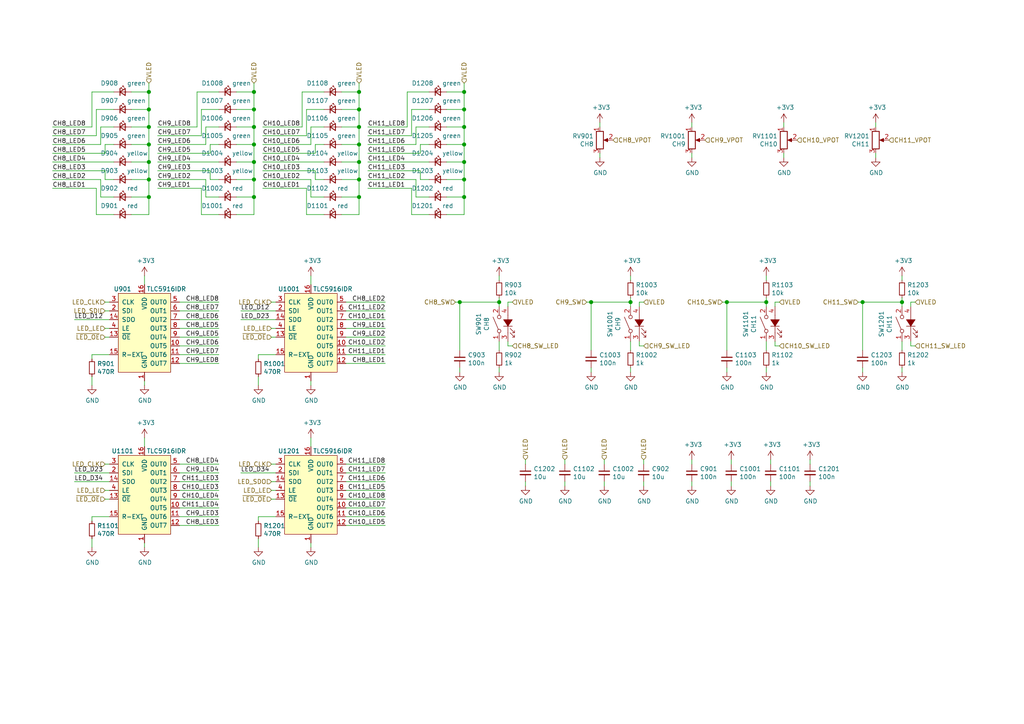
<source format=kicad_sch>
(kicad_sch (version 20211123) (generator eeschema)
  (paper "A4")
  (lib_symbols
    (symbol "Device:C_Small" (pin_numbers hide) (pin_names (offset 0.254) hide)
      (property "Reference" "C" (at 0.254 1.778 0))
      (property "Value" "C_Small" (at 0.254 -2.032 0))
      (symbol "C_Small_1_1"
        (pin passive line (at 0 2.54 270) (length 2.032) (name "~") (number "1"))
        (pin passive line (at 0 -2.54 90) (length 2.032) (name "~") (number "2"))
      )
    )
    (symbol "Device:LED_Small" (pin_numbers hide) (pin_names (offset 0.254) hide)
      (property "Reference" "D" (at -1.27 3.175 0))
      (property "Value" "LED_Small" (at -4.445 -2.54 0))
      (symbol "LED_Small_1_1"
        (pin passive line (at -2.54 0 0) (length 1.778) (name "K") (number "1"))
        (pin passive line (at 2.54 0 180) (length 1.778) (name "A") (number "2"))
      )
    )
    (symbol "Device:R_Potentiometer" (pin_names (offset 1.016) hide)
      (property "Reference" "RV" (at -4.445 0 90))
      (property "Value" "R_Potentiometer" (at -2.54 0 90))
      (symbol "R_Potentiometer_1_1"
        (pin passive line (at 0 3.81 270) (length 1.27) (name "1") (number "1"))
        (pin passive line (at 3.81 0 180) (length 1.27) (name "2") (number "2"))
        (pin passive line (at 0 -3.81 90) (length 1.27) (name "3") (number "3"))
      )
    )
    (symbol "Device:R_Small" (pin_numbers hide) (pin_names (offset 0.254) hide)
      (property "Reference" "R" (at 0.762 0.508 0))
      (property "Value" "R_Small" (at 0.762 -1.016 0))
      (symbol "R_Small_1_1"
        (pin passive line (at 0 2.54 270) (length 0.762) (name "~") (number "1"))
        (pin passive line (at 0 -2.54 90) (length 0.762) (name "~") (number "2"))
      )
    )
    (symbol "Switch:SW_SPST_LED" (pin_names (offset 1.016) hide)
      (property "Reference" "SW" (at 0.635 5.715 0))
      (property "Value" "SW_SPST_LED" (at 0 -3.175 0))
      (symbol "SW_SPST_LED_0_1"
        (pin passive line (at -5.08 2.54 0) (length 2.54) (name "1") (number "1"))
        (pin passive line (at 5.08 2.54 180) (length 2.54) (name "2") (number "2"))
        (pin passive line (at -5.08 0 0) (length 2.54) (name "K") (number "3"))
        (pin passive line (at 5.08 0 180) (length 2.54) (name "A") (number "4"))
      )
    )
    (symbol "power:+3.3V" (power) (pin_names (offset 0))
      (property "Value" "+3.3V" (at 0 3.556 0))
      (symbol "+3.3V_1_1"
        (pin power_in line (at 0 0 90) (length 0) hide (name "+3V3") (number "1"))
      )
    )
    (symbol "power:GND" (power) (pin_names (offset 0))
      (property "Value" "GND" (at 0 -3.81 0))
      (symbol "GND_1_1"
        (pin power_in line (at 0 0 270) (length 0) hide (name "GND") (number "1"))
      )
    )
    (symbol "twam-LED:TLC591x" (pin_names (offset 1.016))
      (property "Reference" "U" (at -12.7 127 0))
      (property "Value" "TLC591x" (at -12.7 128.27 0))
      (symbol "TLC591x_1_1"
        (pin power_in line (at 0 -13.97 90) (length 2.54) (name "GND") (number "1"))
        (pin power_out line (at 10.16 -3.81 180) (length 2.54) (name "OUT5") (number "10"))
        (pin power_out line (at 10.16 -6.35 180) (length 2.54) (name "OUT6") (number "11"))
        (pin power_out line (at 10.16 -8.89 180) (length 2.54) (name "OUT7") (number "12"))
        (pin input line (at -10.16 -1.27 0) (length 2.54) (name "~{OE}") (number "13"))
        (pin output line (at -10.16 3.81 0) (length 2.54) (name "SDO") (number "14"))
        (pin input line (at -10.16 -6.35 0) (length 2.54) (name "R-EXT") (number "15"))
        (pin power_in line (at 0 13.97 270) (length 2.54) (name "VDD") (number "16"))
        (pin input line (at -10.16 6.35 0) (length 2.54) (name "SDI") (number "2"))
        (pin input line (at -10.16 8.89 0) (length 2.54) (name "CLK") (number "3"))
        (pin input line (at -10.16 1.27 0) (length 2.54) (name "LE") (number "4"))
        (pin power_out line (at 10.16 8.89 180) (length 2.54) (name "OUT0") (number "5"))
        (pin power_out line (at 10.16 6.35 180) (length 2.54) (name "OUT1") (number "6"))
        (pin power_out line (at 10.16 3.81 180) (length 2.54) (name "OUT2") (number "7"))
        (pin power_out line (at 10.16 1.27 180) (length 2.54) (name "OUT3") (number "8"))
        (pin power_out line (at 10.16 -1.27 180) (length 2.54) (name "OUT4") (number "9"))
      )
    )
  )
  (junction (at 43.18 57.15) (diameter 1.016))
  (junction (at 134.62 26.67) (diameter 1.016))
  (junction (at 73.66 41.91) (diameter 1.016))
  (junction (at 43.18 31.75) (diameter 1.016))
  (junction (at 222.25 87.63) (diameter 1.016))
  (junction (at 134.62 46.99) (diameter 1.016))
  (junction (at 73.66 31.75) (diameter 1.016))
  (junction (at 134.62 31.75) (diameter 1.016))
  (junction (at 134.62 41.91) (diameter 1.016))
  (junction (at 144.78 87.63) (diameter 1.016))
  (junction (at 43.18 41.91) (diameter 1.016))
  (junction (at 73.66 57.15) (diameter 1.016))
  (junction (at 73.66 36.83) (diameter 1.016))
  (junction (at 73.66 46.99) (diameter 1.016))
  (junction (at 250.19 87.63) (diameter 1.016))
  (junction (at 104.14 52.07) (diameter 1.016))
  (junction (at 104.14 46.99) (diameter 1.016))
  (junction (at 43.18 52.07) (diameter 1.016))
  (junction (at 133.35 87.63) (diameter 1.016))
  (junction (at 73.66 52.07) (diameter 1.016))
  (junction (at 261.62 87.63) (diameter 1.016))
  (junction (at 43.18 46.99) (diameter 1.016))
  (junction (at 210.82 87.63) (diameter 1.016))
  (junction (at 43.18 36.83) (diameter 1.016))
  (junction (at 182.88 87.63) (diameter 1.016))
  (junction (at 134.62 52.07) (diameter 1.016))
  (junction (at 104.14 31.75) (diameter 1.016))
  (junction (at 73.66 26.67) (diameter 1.016))
  (junction (at 171.45 87.63) (diameter 1.016))
  (junction (at 43.18 26.67) (diameter 1.016))
  (junction (at 104.14 26.67) (diameter 1.016))
  (junction (at 134.62 36.83) (diameter 1.016))
  (junction (at 104.14 57.15) (diameter 1.016))
  (junction (at 134.62 57.15) (diameter 1.016))
  (junction (at 104.14 36.83) (diameter 1.016))
  (junction (at 104.14 41.91) (diameter 1.016))
  (wire (pts (xy 33.02 52.07) (xy 30.48 52.07)))
  (wire (pts (xy 99.06 41.91) (xy 104.14 41.91)))
  (wire (pts (xy 26.67 109.22) (xy 26.67 111.76)))
  (wire (pts (xy 76.2 39.37) (xy 88.9 39.37)))
  (wire (pts (xy 264.16 88.9) (xy 264.16 87.63)))
  (wire (pts (xy 134.62 52.07) (xy 134.62 46.99)))
  (wire (pts (xy 78.74 97.79) (xy 80.01 97.79)))
  (wire (pts (xy 106.68 54.61) (xy 119.38 54.61)))
  (wire (pts (xy 264.16 87.63) (xy 265.43 87.63)))
  (wire (pts (xy 134.62 26.67) (xy 129.54 26.67)))
  (wire (pts (xy 91.44 52.07) (xy 91.44 49.53)))
  (wire (pts (xy 78.74 95.25) (xy 80.01 95.25)))
  (wire (pts (xy 261.62 107.95) (xy 261.62 106.68)))
  (wire (pts (xy 43.18 26.67) (xy 38.1 26.67)))
  (wire (pts (xy 63.5 149.86) (xy 52.07 149.86)))
  (wire (pts (xy 163.83 140.97) (xy 163.83 139.7)))
  (wire (pts (xy 119.38 62.23) (xy 119.38 54.61)))
  (wire (pts (xy 111.76 105.41) (xy 100.33 105.41)))
  (wire (pts (xy 93.98 31.75) (xy 88.9 31.75)))
  (wire (pts (xy 254 44.45) (xy 254 45.72)))
  (wire (pts (xy 21.59 137.16) (xy 31.75 137.16)))
  (wire (pts (xy 33.02 36.83) (xy 29.21 36.83)))
  (wire (pts (xy 68.58 46.99) (xy 73.66 46.99)))
  (wire (pts (xy 227.33 44.45) (xy 227.33 45.72)))
  (wire (pts (xy 224.79 99.06) (xy 224.79 100.33)))
  (wire (pts (xy 106.68 49.53) (xy 121.92 49.53)))
  (wire (pts (xy 134.62 31.75) (xy 134.62 26.67)))
  (wire (pts (xy 129.54 41.91) (xy 134.62 41.91)))
  (wire (pts (xy 210.82 87.63) (xy 209.55 87.63)))
  (wire (pts (xy 134.62 57.15) (xy 134.62 52.07)))
  (wire (pts (xy 121.92 52.07) (xy 121.92 49.53)))
  (wire (pts (xy 200.66 133.35) (xy 200.66 134.62)))
  (wire (pts (xy 74.93 151.13) (xy 74.93 149.86)))
  (wire (pts (xy 133.35 87.63) (xy 132.08 87.63)))
  (wire (pts (xy 15.24 36.83) (xy 26.67 36.83)))
  (wire (pts (xy 63.5 87.63) (xy 52.07 87.63)))
  (wire (pts (xy 90.17 111.76) (xy 90.17 110.49)))
  (wire (pts (xy 227.33 35.56) (xy 227.33 36.83)))
  (wire (pts (xy 144.78 87.63) (xy 144.78 88.9)))
  (wire (pts (xy 144.78 80.01) (xy 144.78 81.28)))
  (wire (pts (xy 33.02 41.91) (xy 30.48 41.91)))
  (wire (pts (xy 26.67 26.67) (xy 26.67 36.83)))
  (wire (pts (xy 41.91 82.55) (xy 41.91 80.01)))
  (wire (pts (xy 15.24 52.07) (xy 29.21 52.07)))
  (wire (pts (xy 111.76 144.78) (xy 100.33 144.78)))
  (wire (pts (xy 104.14 41.91) (xy 104.14 36.83)))
  (wire (pts (xy 144.78 86.36) (xy 144.78 87.63)))
  (wire (pts (xy 91.44 41.91) (xy 91.44 44.45)))
  (wire (pts (xy 99.06 57.15) (xy 104.14 57.15)))
  (wire (pts (xy 63.5 57.15) (xy 59.69 57.15)))
  (wire (pts (xy 45.72 52.07) (xy 59.69 52.07)))
  (wire (pts (xy 182.88 107.95) (xy 182.88 106.68)))
  (wire (pts (xy 212.09 140.97) (xy 212.09 139.7)))
  (wire (pts (xy 234.95 133.35) (xy 234.95 134.62)))
  (wire (pts (xy 33.02 26.67) (xy 26.67 26.67)))
  (wire (pts (xy 124.46 52.07) (xy 121.92 52.07)))
  (wire (pts (xy 43.18 62.23) (xy 43.18 57.15)))
  (wire (pts (xy 30.48 142.24) (xy 31.75 142.24)))
  (wire (pts (xy 15.24 39.37) (xy 27.94 39.37)))
  (wire (pts (xy 171.45 87.63) (xy 170.18 87.63)))
  (wire (pts (xy 111.76 147.32) (xy 100.33 147.32)))
  (wire (pts (xy 45.72 41.91) (xy 59.69 41.91)))
  (wire (pts (xy 99.06 52.07) (xy 104.14 52.07)))
  (wire (pts (xy 63.5 134.62) (xy 52.07 134.62)))
  (wire (pts (xy 78.74 144.78) (xy 80.01 144.78)))
  (wire (pts (xy 250.19 87.63) (xy 248.92 87.63)))
  (wire (pts (xy 43.18 31.75) (xy 43.18 26.67)))
  (wire (pts (xy 63.5 31.75) (xy 58.42 31.75)))
  (wire (pts (xy 119.38 31.75) (xy 119.38 39.37)))
  (wire (pts (xy 30.48 95.25) (xy 31.75 95.25)))
  (wire (pts (xy 45.72 36.83) (xy 57.15 36.83)))
  (wire (pts (xy 78.74 139.7) (xy 80.01 139.7)))
  (wire (pts (xy 63.5 137.16) (xy 52.07 137.16)))
  (wire (pts (xy 134.62 36.83) (xy 134.62 31.75)))
  (wire (pts (xy 43.18 52.07) (xy 43.18 46.99)))
  (wire (pts (xy 93.98 36.83) (xy 90.17 36.83)))
  (wire (pts (xy 264.16 99.06) (xy 264.16 100.33)))
  (wire (pts (xy 43.18 57.15) (xy 43.18 52.07)))
  (wire (pts (xy 38.1 36.83) (xy 43.18 36.83)))
  (wire (pts (xy 93.98 26.67) (xy 87.63 26.67)))
  (wire (pts (xy 133.35 106.68) (xy 133.35 107.95)))
  (wire (pts (xy 63.5 52.07) (xy 60.96 52.07)))
  (wire (pts (xy 182.88 87.63) (xy 171.45 87.63)))
  (wire (pts (xy 33.02 62.23) (xy 27.94 62.23)))
  (wire (pts (xy 104.14 52.07) (xy 104.14 46.99)))
  (wire (pts (xy 185.42 99.06) (xy 185.42 100.33)))
  (wire (pts (xy 99.06 31.75) (xy 104.14 31.75)))
  (wire (pts (xy 73.66 57.15) (xy 73.66 52.07)))
  (wire (pts (xy 106.68 44.45) (xy 121.92 44.45)))
  (wire (pts (xy 111.76 92.71) (xy 100.33 92.71)))
  (wire (pts (xy 111.76 152.4) (xy 100.33 152.4)))
  (wire (pts (xy 45.72 39.37) (xy 58.42 39.37)))
  (wire (pts (xy 27.94 62.23) (xy 27.94 54.61)))
  (wire (pts (xy 90.17 57.15) (xy 90.17 52.07)))
  (wire (pts (xy 104.14 26.67) (xy 99.06 26.67)))
  (wire (pts (xy 121.92 41.91) (xy 121.92 44.45)))
  (wire (pts (xy 43.18 24.13) (xy 43.18 26.67)))
  (wire (pts (xy 78.74 134.62) (xy 80.01 134.62)))
  (wire (pts (xy 111.76 142.24) (xy 100.33 142.24)))
  (wire (pts (xy 106.68 39.37) (xy 119.38 39.37)))
  (wire (pts (xy 261.62 86.36) (xy 261.62 87.63)))
  (wire (pts (xy 182.88 87.63) (xy 182.88 88.9)))
  (wire (pts (xy 171.45 101.6) (xy 171.45 87.63)))
  (wire (pts (xy 68.58 62.23) (xy 73.66 62.23)))
  (wire (pts (xy 45.72 44.45) (xy 60.96 44.45)))
  (wire (pts (xy 63.5 92.71) (xy 52.07 92.71)))
  (wire (pts (xy 223.52 133.35) (xy 223.52 134.62)))
  (wire (pts (xy 29.21 36.83) (xy 29.21 41.91)))
  (wire (pts (xy 222.25 87.63) (xy 210.82 87.63)))
  (wire (pts (xy 223.52 140.97) (xy 223.52 139.7)))
  (wire (pts (xy 63.5 90.17) (xy 52.07 90.17)))
  (wire (pts (xy 212.09 133.35) (xy 212.09 134.62)))
  (wire (pts (xy 129.54 62.23) (xy 134.62 62.23)))
  (wire (pts (xy 76.2 36.83) (xy 87.63 36.83)))
  (wire (pts (xy 147.32 100.33) (xy 148.59 100.33)))
  (wire (pts (xy 106.68 41.91) (xy 120.65 41.91)))
  (wire (pts (xy 26.67 156.21) (xy 26.67 158.75)))
  (wire (pts (xy 73.66 26.67) (xy 68.58 26.67)))
  (wire (pts (xy 69.85 137.16) (xy 80.01 137.16)))
  (wire (pts (xy 200.66 35.56) (xy 200.66 36.83)))
  (wire (pts (xy 124.46 26.67) (xy 118.11 26.67)))
  (wire (pts (xy 106.68 52.07) (xy 120.65 52.07)))
  (wire (pts (xy 45.72 49.53) (xy 60.96 49.53)))
  (wire (pts (xy 99.06 46.99) (xy 104.14 46.99)))
  (wire (pts (xy 222.25 80.01) (xy 222.25 81.28)))
  (wire (pts (xy 118.11 26.67) (xy 118.11 36.83)))
  (wire (pts (xy 90.17 82.55) (xy 90.17 80.01)))
  (wire (pts (xy 133.35 101.6) (xy 133.35 87.63)))
  (wire (pts (xy 41.91 111.76) (xy 41.91 110.49)))
  (wire (pts (xy 73.66 41.91) (xy 73.66 36.83)))
  (wire (pts (xy 234.95 140.97) (xy 234.95 139.7)))
  (wire (pts (xy 147.32 87.63) (xy 148.59 87.63)))
  (wire (pts (xy 111.76 95.25) (xy 100.33 95.25)))
  (wire (pts (xy 38.1 31.75) (xy 43.18 31.75)))
  (wire (pts (xy 74.93 104.14) (xy 74.93 102.87)))
  (wire (pts (xy 60.96 52.07) (xy 60.96 49.53)))
  (wire (pts (xy 74.93 149.86) (xy 80.01 149.86)))
  (wire (pts (xy 129.54 52.07) (xy 134.62 52.07)))
  (wire (pts (xy 200.66 44.45) (xy 200.66 45.72)))
  (wire (pts (xy 261.62 80.01) (xy 261.62 81.28)))
  (wire (pts (xy 111.76 149.86) (xy 100.33 149.86)))
  (wire (pts (xy 134.62 41.91) (xy 134.62 36.83)))
  (wire (pts (xy 144.78 101.6) (xy 144.78 99.06)))
  (wire (pts (xy 63.5 97.79) (xy 52.07 97.79)))
  (wire (pts (xy 73.66 36.83) (xy 73.66 31.75)))
  (wire (pts (xy 30.48 90.17) (xy 31.75 90.17)))
  (wire (pts (xy 78.74 87.63) (xy 80.01 87.63)))
  (wire (pts (xy 68.58 52.07) (xy 73.66 52.07)))
  (wire (pts (xy 15.24 41.91) (xy 29.21 41.91)))
  (wire (pts (xy 261.62 101.6) (xy 261.62 99.06)))
  (wire (pts (xy 185.42 88.9) (xy 185.42 87.63)))
  (wire (pts (xy 63.5 102.87) (xy 52.07 102.87)))
  (wire (pts (xy 147.32 88.9) (xy 147.32 87.63)))
  (wire (pts (xy 63.5 62.23) (xy 58.42 62.23)))
  (wire (pts (xy 111.76 100.33) (xy 100.33 100.33)))
  (wire (pts (xy 88.9 62.23) (xy 88.9 54.61)))
  (wire (pts (xy 144.78 87.63) (xy 133.35 87.63)))
  (wire (pts (xy 147.32 99.06) (xy 147.32 100.33)))
  (wire (pts (xy 104.14 46.99) (xy 104.14 41.91)))
  (wire (pts (xy 111.76 97.79) (xy 100.33 97.79)))
  (wire (pts (xy 76.2 54.61) (xy 88.9 54.61)))
  (wire (pts (xy 59.69 57.15) (xy 59.69 52.07)))
  (wire (pts (xy 21.59 139.7) (xy 31.75 139.7)))
  (wire (pts (xy 30.48 41.91) (xy 30.48 44.45)))
  (wire (pts (xy 26.67 149.86) (xy 31.75 149.86)))
  (wire (pts (xy 73.66 46.99) (xy 73.66 41.91)))
  (wire (pts (xy 106.68 36.83) (xy 118.11 36.83)))
  (wire (pts (xy 250.19 106.68) (xy 250.19 107.95)))
  (wire (pts (xy 152.4 140.97) (xy 152.4 139.7)))
  (wire (pts (xy 38.1 46.99) (xy 43.18 46.99)))
  (wire (pts (xy 74.93 102.87) (xy 80.01 102.87)))
  (wire (pts (xy 63.5 95.25) (xy 52.07 95.25)))
  (wire (pts (xy 68.58 31.75) (xy 73.66 31.75)))
  (wire (pts (xy 129.54 57.15) (xy 134.62 57.15)))
  (wire (pts (xy 15.24 46.99) (xy 33.02 46.99)))
  (wire (pts (xy 38.1 57.15) (xy 43.18 57.15)))
  (wire (pts (xy 99.06 62.23) (xy 104.14 62.23)))
  (wire (pts (xy 99.06 36.83) (xy 104.14 36.83)))
  (wire (pts (xy 222.25 86.36) (xy 222.25 87.63)))
  (wire (pts (xy 38.1 62.23) (xy 43.18 62.23)))
  (wire (pts (xy 224.79 87.63) (xy 226.06 87.63)))
  (wire (pts (xy 210.82 106.68) (xy 210.82 107.95)))
  (wire (pts (xy 29.21 57.15) (xy 29.21 52.07)))
  (wire (pts (xy 222.25 101.6) (xy 222.25 99.06)))
  (wire (pts (xy 222.25 87.63) (xy 222.25 88.9)))
  (wire (pts (xy 104.14 31.75) (xy 104.14 26.67)))
  (wire (pts (xy 26.67 102.87) (xy 31.75 102.87)))
  (wire (pts (xy 175.26 140.97) (xy 175.26 139.7)))
  (wire (pts (xy 124.46 62.23) (xy 119.38 62.23)))
  (wire (pts (xy 76.2 46.99) (xy 93.98 46.99)))
  (wire (pts (xy 129.54 36.83) (xy 134.62 36.83)))
  (wire (pts (xy 134.62 46.99) (xy 134.62 41.91)))
  (wire (pts (xy 30.48 97.79) (xy 31.75 97.79)))
  (wire (pts (xy 124.46 36.83) (xy 120.65 36.83)))
  (wire (pts (xy 43.18 36.83) (xy 43.18 31.75)))
  (wire (pts (xy 93.98 62.23) (xy 88.9 62.23)))
  (wire (pts (xy 171.45 106.68) (xy 171.45 107.95)))
  (wire (pts (xy 68.58 36.83) (xy 73.66 36.83)))
  (wire (pts (xy 30.48 52.07) (xy 30.48 49.53)))
  (wire (pts (xy 63.5 100.33) (xy 52.07 100.33)))
  (wire (pts (xy 38.1 41.91) (xy 43.18 41.91)))
  (wire (pts (xy 104.14 36.83) (xy 104.14 31.75)))
  (wire (pts (xy 200.66 140.97) (xy 200.66 139.7)))
  (wire (pts (xy 222.25 107.95) (xy 222.25 106.68)))
  (wire (pts (xy 57.15 26.67) (xy 57.15 36.83)))
  (wire (pts (xy 261.62 87.63) (xy 261.62 88.9)))
  (wire (pts (xy 15.24 44.45) (xy 30.48 44.45)))
  (wire (pts (xy 76.2 41.91) (xy 90.17 41.91)))
  (wire (pts (xy 111.76 139.7) (xy 100.33 139.7)))
  (wire (pts (xy 26.67 151.13) (xy 26.67 149.86)))
  (wire (pts (xy 59.69 36.83) (xy 59.69 41.91)))
  (wire (pts (xy 163.83 133.35) (xy 163.83 134.62)))
  (wire (pts (xy 63.5 152.4) (xy 52.07 152.4)))
  (wire (pts (xy 129.54 46.99) (xy 134.62 46.99)))
  (wire (pts (xy 111.76 102.87) (xy 100.33 102.87)))
  (wire (pts (xy 69.85 90.17) (xy 80.01 90.17)))
  (wire (pts (xy 210.82 101.6) (xy 210.82 87.63)))
  (wire (pts (xy 78.74 142.24) (xy 80.01 142.24)))
  (wire (pts (xy 185.42 100.33) (xy 186.69 100.33)))
  (wire (pts (xy 250.19 101.6) (xy 250.19 87.63)))
  (wire (pts (xy 173.99 44.45) (xy 173.99 45.72)))
  (wire (pts (xy 63.5 142.24) (xy 52.07 142.24)))
  (wire (pts (xy 224.79 100.33) (xy 226.06 100.33)))
  (wire (pts (xy 87.63 26.67) (xy 87.63 36.83)))
  (wire (pts (xy 60.96 41.91) (xy 60.96 44.45)))
  (wire (pts (xy 30.48 87.63) (xy 31.75 87.63)))
  (wire (pts (xy 90.17 36.83) (xy 90.17 41.91)))
  (wire (pts (xy 74.93 156.21) (xy 74.93 158.75)))
  (wire (pts (xy 120.65 36.83) (xy 120.65 41.91)))
  (wire (pts (xy 41.91 129.54) (xy 41.91 127)))
  (wire (pts (xy 104.14 57.15) (xy 104.14 52.07)))
  (wire (pts (xy 185.42 87.63) (xy 186.69 87.63)))
  (wire (pts (xy 186.69 140.97) (xy 186.69 139.7)))
  (wire (pts (xy 58.42 31.75) (xy 58.42 39.37)))
  (wire (pts (xy 111.76 137.16) (xy 100.33 137.16)))
  (wire (pts (xy 173.99 35.56) (xy 173.99 36.83)))
  (wire (pts (xy 186.69 133.35) (xy 186.69 134.62)))
  (wire (pts (xy 43.18 41.91) (xy 43.18 36.83)))
  (wire (pts (xy 58.42 62.23) (xy 58.42 54.61)))
  (wire (pts (xy 124.46 57.15) (xy 120.65 57.15)))
  (wire (pts (xy 104.14 24.13) (xy 104.14 26.67)))
  (wire (pts (xy 38.1 52.07) (xy 43.18 52.07)))
  (wire (pts (xy 76.2 52.07) (xy 90.17 52.07)))
  (wire (pts (xy 63.5 26.67) (xy 57.15 26.67)))
  (wire (pts (xy 261.62 87.63) (xy 250.19 87.63)))
  (wire (pts (xy 27.94 31.75) (xy 27.94 39.37)))
  (wire (pts (xy 30.48 134.62) (xy 31.75 134.62)))
  (wire (pts (xy 33.02 57.15) (xy 29.21 57.15)))
  (wire (pts (xy 90.17 129.54) (xy 90.17 127)))
  (wire (pts (xy 111.76 87.63) (xy 100.33 87.63)))
  (wire (pts (xy 106.68 46.99) (xy 124.46 46.99)))
  (wire (pts (xy 63.5 147.32) (xy 52.07 147.32)))
  (wire (pts (xy 45.72 54.61) (xy 58.42 54.61)))
  (wire (pts (xy 88.9 31.75) (xy 88.9 39.37)))
  (wire (pts (xy 45.72 46.99) (xy 63.5 46.99)))
  (wire (pts (xy 134.62 62.23) (xy 134.62 57.15)))
  (wire (pts (xy 254 35.56) (xy 254 36.83)))
  (wire (pts (xy 152.4 133.35) (xy 152.4 134.62)))
  (wire (pts (xy 21.59 92.71) (xy 31.75 92.71)))
  (wire (pts (xy 264.16 100.33) (xy 265.43 100.33)))
  (wire (pts (xy 15.24 49.53) (xy 30.48 49.53)))
  (wire (pts (xy 73.66 31.75) (xy 73.66 26.67)))
  (wire (pts (xy 134.62 24.13) (xy 134.62 26.67)))
  (wire (pts (xy 111.76 134.62) (xy 100.33 134.62)))
  (wire (pts (xy 74.93 109.22) (xy 74.93 111.76)))
  (wire (pts (xy 63.5 41.91) (xy 60.96 41.91)))
  (wire (pts (xy 73.66 62.23) (xy 73.66 57.15)))
  (wire (pts (xy 182.88 101.6) (xy 182.88 99.06)))
  (wire (pts (xy 41.91 158.75) (xy 41.91 157.48)))
  (wire (pts (xy 73.66 24.13) (xy 73.66 26.67)))
  (wire (pts (xy 30.48 144.78) (xy 31.75 144.78)))
  (wire (pts (xy 26.67 104.14) (xy 26.67 102.87)))
  (wire (pts (xy 144.78 107.95) (xy 144.78 106.68)))
  (wire (pts (xy 104.14 62.23) (xy 104.14 57.15)))
  (wire (pts (xy 63.5 139.7) (xy 52.07 139.7)))
  (wire (pts (xy 224.79 88.9) (xy 224.79 87.63)))
  (wire (pts (xy 111.76 90.17) (xy 100.33 90.17)))
  (wire (pts (xy 69.85 92.71) (xy 80.01 92.71)))
  (wire (pts (xy 175.26 133.35) (xy 175.26 134.62)))
  (wire (pts (xy 63.5 105.41) (xy 52.07 105.41)))
  (wire (pts (xy 93.98 41.91) (xy 91.44 41.91)))
  (wire (pts (xy 93.98 52.07) (xy 91.44 52.07)))
  (wire (pts (xy 15.24 54.61) (xy 27.94 54.61)))
  (wire (pts (xy 93.98 57.15) (xy 90.17 57.15)))
  (wire (pts (xy 68.58 41.91) (xy 73.66 41.91)))
  (wire (pts (xy 182.88 80.01) (xy 182.88 81.28)))
  (wire (pts (xy 63.5 36.83) (xy 59.69 36.83)))
  (wire (pts (xy 63.5 144.78) (xy 52.07 144.78)))
  (wire (pts (xy 124.46 41.91) (xy 121.92 41.91)))
  (wire (pts (xy 129.54 31.75) (xy 134.62 31.75)))
  (wire (pts (xy 76.2 44.45) (xy 91.44 44.45)))
  (wire (pts (xy 76.2 49.53) (xy 91.44 49.53)))
  (wire (pts (xy 33.02 31.75) (xy 27.94 31.75)))
  (wire (pts (xy 90.17 158.75) (xy 90.17 157.48)))
  (wire (pts (xy 124.46 31.75) (xy 119.38 31.75)))
  (wire (pts (xy 120.65 57.15) (xy 120.65 52.07)))
  (wire (pts (xy 73.66 52.07) (xy 73.66 46.99)))
  (wire (pts (xy 182.88 86.36) (xy 182.88 87.63)))
  (wire (pts (xy 68.58 57.15) (xy 73.66 57.15)))
  (wire (pts (xy 43.18 46.99) (xy 43.18 41.91)))
  (label "LED_D12" (at 21.59 92.71 0))
  (label "CH9_LED4" (at 45.72 46.99 0))
  (label "CH9_LED7" (at 45.72 39.37 0))
  (label "CH8_LED2" (at 15.24 52.07 0))
  (label "CH8_LED7" (at 15.24 39.37 0))
  (label "CH11_LED1" (at 111.76 102.87 180))
  (label "CH8_LED1" (at 111.76 105.41 180))
  (label "CH10_LED5" (at 76.2 44.45 0))
  (label "CH10_LED8" (at 111.76 144.78 180))
  (label "CH10_LED4" (at 63.5 144.78 180))
  (label "CH8_LED7" (at 63.5 90.17 180))
  (label "CH11_LED4" (at 63.5 147.32 180))
  (label "CH9_LED4" (at 63.5 137.16 180))
  (label "CH8_LED5" (at 63.5 95.25 180))
  (label "CH9_LED6" (at 63.5 100.33 180))
  (label "CH8_LED5" (at 15.24 44.45 0))
  (label "CH9_LED1" (at 111.76 95.25 180))
  (label "LED_D12" (at 69.85 90.17 0))
  (label "CH11_LED7" (at 111.76 137.16 180))
  (label "CH9_LED7" (at 63.5 102.87 180))
  (label "CH10_LED1" (at 76.2 54.61 0))
  (label "CH9_LED3" (at 63.5 149.86 180))
  (label "CH8_LED6" (at 63.5 92.71 180))
  (label "CH9_LED6" (at 45.72 41.91 0))
  (label "CH10_LED2" (at 111.76 100.33 180))
  (label "CH10_LED6" (at 76.2 41.91 0))
  (label "CH8_LED4" (at 63.5 134.62 180))
  (label "CH10_LED3" (at 76.2 49.53 0))
  (label "CH8_LED8" (at 63.5 87.63 180))
  (label "CH10_LED3" (at 63.5 142.24 180))
  (label "CH11_LED8" (at 111.76 134.62 180))
  (label "CH11_LED2" (at 111.76 90.17 180))
  (label "CH9_LED2" (at 111.76 97.79 180))
  (label "CH9_LED8" (at 63.5 105.41 180))
  (label "CH8_LED1" (at 15.24 54.61 0))
  (label "CH10_LED7" (at 111.76 147.32 180))
  (label "CH10_LED4" (at 76.2 46.99 0))
  (label "CH9_LED2" (at 45.72 52.07 0))
  (label "CH8_LED3" (at 63.5 152.4 180))
  (label "CH9_LED5" (at 45.72 44.45 0))
  (label "LED_D23" (at 69.85 92.71 0))
  (label "CH11_LED7" (at 106.68 39.37 0))
  (label "CH8_LED8" (at 15.24 36.83 0))
  (label "CH11_LED2" (at 106.68 52.07 0))
  (label "LED_D34" (at 69.85 137.16 0))
  (label "CH11_LED5" (at 111.76 142.24 180))
  (label "CH11_LED3" (at 63.5 139.7 180))
  (label "CH11_LED6" (at 111.76 139.7 180))
  (label "CH11_LED5" (at 106.68 44.45 0))
  (label "CH10_LED1" (at 111.76 92.71 180))
  (label "CH8_LED3" (at 15.24 49.53 0))
  (label "CH11_LED8" (at 106.68 36.83 0))
  (label "CH9_LED3" (at 45.72 49.53 0))
  (label "CH9_LED8" (at 45.72 36.83 0))
  (label "CH10_LED5" (at 111.76 152.4 180))
  (label "CH11_LED1" (at 106.68 54.61 0))
  (label "CH11_LED3" (at 106.68 49.53 0))
  (label "CH8_LED4" (at 15.24 46.99 0))
  (label "CH9_LED1" (at 45.72 54.61 0))
  (label "CH10_LED7" (at 76.2 39.37 0))
  (label "CH11_LED6" (at 106.68 41.91 0))
  (label "CH10_LED6" (at 111.76 149.86 180))
  (label "CH8_LED6" (at 15.24 41.91 0))
  (label "LED_D23" (at 21.59 137.16 0))
  (label "CH10_LED2" (at 76.2 52.07 0))
  (label "CH10_LED8" (at 76.2 36.83 0))
  (label "LED_D34" (at 21.59 139.7 0))
  (label "CH9_LED5" (at 63.5 97.79 180))
  (label "CH8_LED2" (at 111.76 87.63 180))
  (label "CH11_LED4" (at 106.68 46.99 0))
  (hierarchical_label "VLED" (shape input) (at 175.26 133.35 90))
  (hierarchical_label "CH11_SW_LED" (shape input) (at 265.43 100.33 0))
  (hierarchical_label "CH10_SW" (shape input) (at 209.55 87.63 180))
  (hierarchical_label "LED_CLK" (shape input) (at 78.74 134.62 180))
  (hierarchical_label "LED_LE" (shape input) (at 78.74 142.24 180))
  (hierarchical_label "VLED" (shape input) (at 152.4 133.35 90))
  (hierarchical_label "CH9_SW" (shape input) (at 170.18 87.63 180))
  (hierarchical_label "VLED" (shape input) (at 43.18 24.13 90))
  (hierarchical_label "LED_CLK" (shape input) (at 30.48 134.62 180))
  (hierarchical_label "CH10_SW_LED" (shape input) (at 226.06 100.33 0))
  (hierarchical_label "LED_SDO" (shape input) (at 78.74 139.7 180))
  (hierarchical_label "CH8_SW" (shape input) (at 132.08 87.63 180))
  (hierarchical_label "LED_SDI" (shape input) (at 30.48 90.17 180))
  (hierarchical_label "~{LED_OE}" (shape input) (at 30.48 97.79 180))
  (hierarchical_label "VLED" (shape input) (at 265.43 87.63 0))
  (hierarchical_label "CH10_VPOT" (shape input) (at 231.14 40.64 0))
  (hierarchical_label "LED_CLK" (shape input) (at 30.48 87.63 180))
  (hierarchical_label "VLED" (shape input) (at 134.62 24.13 90))
  (hierarchical_label "VLED" (shape input) (at 148.59 87.63 0))
  (hierarchical_label "CH11_VPOT" (shape input) (at 257.81 40.64 0))
  (hierarchical_label "VLED" (shape input) (at 104.14 24.13 90))
  (hierarchical_label "CH11_SW" (shape input) (at 248.92 87.63 180))
  (hierarchical_label "LED_LE" (shape input) (at 78.74 95.25 180))
  (hierarchical_label "CH8_VPOT" (shape input) (at 177.8 40.64 0))
  (hierarchical_label "~{LED_OE}" (shape input) (at 78.74 144.78 180))
  (hierarchical_label "~{LED_OE}" (shape input) (at 78.74 97.79 180))
  (hierarchical_label "VLED" (shape input) (at 186.69 133.35 90))
  (hierarchical_label "LED_CLK" (shape input) (at 78.74 87.63 180))
  (hierarchical_label "~{LED_OE}" (shape input) (at 30.48 144.78 180))
  (hierarchical_label "VLED" (shape input) (at 226.06 87.63 0))
  (hierarchical_label "CH9_SW_LED" (shape input) (at 186.69 100.33 0))
  (hierarchical_label "VLED" (shape input) (at 73.66 24.13 90))
  (hierarchical_label "CH8_SW_LED" (shape input) (at 148.59 100.33 0))
  (hierarchical_label "CH9_VPOT" (shape input) (at 204.47 40.64 0))
  (hierarchical_label "LED_LE" (shape input) (at 30.48 95.25 180))
  (hierarchical_label "LED_LE" (shape input) (at 30.48 142.24 180))
  (hierarchical_label "VLED" (shape input) (at 163.83 133.35 90))
  (hierarchical_label "VLED" (shape input) (at 186.69 87.63 0))
  (symbol (lib_id "Device:LED_Small") (at 127 46.99 0) (unit 1)
    (property "Reference" "D1204" (at 125.73 44.45 0) (effects (justify right)))
    (property "Value" "yellow" (at 128.27 44.45 0) (effects (justify left)))
    (property "Footprint" "LED_SMD:LED_0805_2012Metric" (effects hide))
    (property "LCSC" "C2296" (effects hide))
  )
  (symbol (lib_id "Device:LED_Small") (at 127 26.67 0) (unit 1)
    (property "Reference" "D1208" (at 125.73 24.13 0) (effects (justify right)))
    (property "Value" "green" (at 128.27 24.13 0) (effects (justify left)))
    (property "Footprint" "LED_SMD:LED_0805_2012Metric" (effects hide))
    (property "LCSC" "C2297" (effects hide))
  )
  (symbol (lib_id "Device:LED_Small") (at 127 31.75 0) (unit 1)
    (property "Reference" "D1207" (at 125.73 29.21 0) (effects (justify right)))
    (property "Value" "green" (at 128.27 29.21 0) (effects (justify left)))
    (property "Footprint" "LED_SMD:LED_0805_2012Metric" (effects hide))
    (property "LCSC" "C2297" (effects hide))
  )
  (symbol (lib_id "Device:LED_Small") (at 127 36.83 0) (unit 1)
    (property "Reference" "D1206" (at 125.73 34.29 0) (effects (justify right)))
    (property "Value" "green" (at 128.27 34.29 0) (effects (justify left)))
    (property "Footprint" "LED_SMD:LED_0805_2012Metric" (effects hide))
    (property "LCSC" "C2297" (effects hide))
  )
  (symbol (lib_id "power:GND") (at 250.19 107.95 0) (unit 1)
    (property "Reference" "#PWR0337" (effects hide))
    (property "Value" "GND" (at 250.317 112.3442 0))
  )
  (symbol (lib_id "power:+3.3V") (at 261.62 80.01 0) (unit 1)
    (property "Reference" "#PWR0338" (effects hide))
    (property "Value" "+3.3V" (at 262.001 75.6158 0))
  )
  (symbol (lib_id "power:GND") (at 261.62 107.95 0) (unit 1)
    (property "Reference" "#PWR0339" (effects hide))
    (property "Value" "GND" (at 261.747 112.3442 0))
  )
  (symbol (lib_id "Device:R_Small") (at 261.62 83.82 0) (unit 1)
    (property "Reference" "R1203" (at 263.1186 82.6516 0) (effects (justify left)))
    (property "Value" "10k" (at 263.1186 84.963 0) (effects (justify left)))
    (property "Footprint" "Resistor_SMD:R_0603_1608Metric" (effects hide))
    (property "LCSC" "C25804" (effects hide))
  )
  (symbol (lib_id "Device:R_Small") (at 261.62 104.14 0) (unit 1)
    (property "Reference" "R1202" (at 263.1186 102.9716 0) (effects (justify left)))
    (property "Value" "1k" (at 263.1186 105.283 0) (effects (justify left)))
    (property "Footprint" "Resistor_SMD:R_0603_1608Metric" (effects hide))
    (property "LCSC" "C21190" (effects hide))
  )
  (symbol (lib_id "Device:C_Small") (at 250.19 104.14 0) (unit 1)
    (property "Reference" "C1203" (at 252.5268 102.9716 0) (effects (justify left)))
    (property "Value" "100n" (at 252.5268 105.283 0) (effects (justify left)))
    (property "Footprint" "Capacitor_SMD:C_0603_1608Metric" (effects hide))
    (property "LCSC" "C14663" (effects hide))
  )
  (symbol (lib_id "Device:R_Potentiometer") (at 254 40.64 0) (unit 1)
    (property "Reference" "RV1201" (at 252.222 39.4716 0) (effects (justify right)))
    (property "Value" "CH11" (at 252.222 41.783 0) (effects (justify right)))
    (property "Footprint" "twam-Misc:RK09D1130-F25" (effects hide))
  )
  (symbol (lib_id "Switch:SW_SPST_LED") (at 264.16 93.98 90) (unit 1)
    (property "Reference" "SW1201" (at 255.651 93.98 0))
    (property "Value" "CH11" (at 257.9624 93.98 0))
    (property "Footprint" "twam-Misc:D6R-L-xx-xx-xx-LFS" (effects hide))
  )
  (symbol (lib_id "power:+3.3V") (at 90.17 127 0) (unit 1)
    (property "Reference" "#PWR0340" (effects hide))
    (property "Value" "+3.3V" (at 90.551 122.6058 0))
  )
  (symbol (lib_id "power:+3.3V") (at 200.66 133.35 0) (unit 1)
    (property "Reference" "#PWR0341" (effects hide))
    (property "Value" "+3.3V" (at 201.041 128.9558 0))
  )
  (symbol (lib_id "power:+3.3V") (at 254 35.56 0) (unit 1)
    (property "Reference" "#PWR0342" (effects hide))
    (property "Value" "+3.3V" (at 254.381 31.1658 0))
  )
  (symbol (lib_id "Device:C_Small") (at 152.4 137.16 0) (unit 1)
    (property "Reference" "C1202" (at 154.7368 135.9916 0) (effects (justify left)))
    (property "Value" "10u" (at 154.7368 138.303 0) (effects (justify left)))
    (property "Footprint" "Capacitor_SMD:C_0805_2012Metric" (effects hide))
    (property "LCSC" "C15850" (effects hide))
  )
  (symbol (lib_id "Device:C_Small") (at 200.66 137.16 0) (unit 1)
    (property "Reference" "C901" (at 202.9968 135.9916 0) (effects (justify left)))
    (property "Value" "100n" (at 202.9968 138.303 0) (effects (justify left)))
    (property "Footprint" "Capacitor_SMD:C_0603_1608Metric" (effects hide))
    (property "LCSC" "C14663" (effects hide))
  )
  (symbol (lib_id "power:GND") (at 152.4 140.97 0) (unit 1)
    (property "Reference" "#PWR0343" (effects hide))
    (property "Value" "GND" (at 152.527 145.3642 0))
  )
  (symbol (lib_id "power:GND") (at 200.66 140.97 0) (unit 1)
    (property "Reference" "#PWR0344" (effects hide))
    (property "Value" "GND" (at 200.787 145.3642 0))
  )
  (symbol (lib_id "power:GND") (at 254 45.72 0) (unit 1)
    (property "Reference" "#PWR0345" (effects hide))
    (property "Value" "GND" (at 254.127 50.1142 0))
  )
  (symbol (lib_id "power:GND") (at 74.93 158.75 0) (unit 1)
    (property "Reference" "#PWR0346" (effects hide))
    (property "Value" "GND" (at 75.057 163.1442 0))
  )
  (symbol (lib_id "Device:R_Small") (at 74.93 153.67 0) (unit 1)
    (property "Reference" "R1201" (at 76.4286 152.5016 0) (effects (justify left)))
    (property "Value" "470R" (at 76.4286 154.813 0) (effects (justify left)))
    (property "Footprint" "Resistor_SMD:R_0603_1608Metric" (effects hide))
    (property "LCSC" "C23179" (effects hide))
  )
  (symbol (lib_id "Device:LED_Small") (at 127 41.91 0) (unit 1)
    (property "Reference" "D1205" (at 125.73 39.37 0) (effects (justify right)))
    (property "Value" "green" (at 128.27 39.37 0) (effects (justify left)))
    (property "Footprint" "LED_SMD:LED_0805_2012Metric" (effects hide))
    (property "LCSC" "C2297" (effects hide))
  )
  (symbol (lib_id "Device:LED_Small") (at 127 52.07 0) (unit 1)
    (property "Reference" "D1203" (at 125.73 49.53 0) (effects (justify right)))
    (property "Value" "yellow" (at 128.27 49.53 0) (effects (justify left)))
    (property "Footprint" "LED_SMD:LED_0805_2012Metric" (effects hide))
    (property "LCSC" "C2296" (effects hide))
  )
  (symbol (lib_id "power:GND") (at 90.17 158.75 0) (unit 1)
    (property "Reference" "#PWR0347" (effects hide))
    (property "Value" "GND" (at 90.297 163.1442 0))
  )
  (symbol (lib_id "Device:LED_Small") (at 127 57.15 0) (unit 1)
    (property "Reference" "D1202" (at 125.73 54.61 0) (effects (justify right)))
    (property "Value" "red" (at 128.27 54.61 0) (effects (justify left)))
    (property "Footprint" "LED_SMD:LED_0805_2012Metric" (effects hide))
    (property "LCSC" "C84256" (effects hide))
  )
  (symbol (lib_id "twam-LED:TLC591x") (at 90.17 143.51 0) (unit 1)
    (property "Reference" "U1201" (at 83.82 130.81 0))
    (property "Value" "TLC5916IDR" (at 96.52 130.81 0))
    (property "Footprint" "Package_SO:SOIC-16_3.9x9.9mm_P1.27mm" (effects hide))
    (property "LCSC" "C90107" (effects hide))
  )
  (symbol (lib_id "Device:LED_Small") (at 127 62.23 0) (unit 1)
    (property "Reference" "D1201" (at 125.73 59.69 0) (effects (justify right)))
    (property "Value" "red" (at 128.27 59.69 0) (effects (justify left)))
    (property "Footprint" "LED_SMD:LED_0805_2012Metric" (effects hide))
    (property "LCSC" "C84256" (effects hide))
  )
  (symbol (lib_id "Device:LED_Small") (at 96.52 46.99 0) (unit 1)
    (property "Reference" "D1104" (at 95.25 44.45 0) (effects (justify right)))
    (property "Value" "yellow" (at 97.79 44.45 0) (effects (justify left)))
    (property "Footprint" "LED_SMD:LED_0805_2012Metric" (effects hide))
    (property "LCSC" "C2296" (effects hide))
  )
  (symbol (lib_id "Device:LED_Small") (at 96.52 26.67 0) (unit 1)
    (property "Reference" "D1108" (at 95.25 24.13 0) (effects (justify right)))
    (property "Value" "green" (at 97.79 24.13 0) (effects (justify left)))
    (property "Footprint" "LED_SMD:LED_0805_2012Metric" (effects hide))
    (property "LCSC" "C2297" (effects hide))
  )
  (symbol (lib_id "Device:LED_Small") (at 96.52 31.75 0) (unit 1)
    (property "Reference" "D1107" (at 95.25 29.21 0) (effects (justify right)))
    (property "Value" "green" (at 97.79 29.21 0) (effects (justify left)))
    (property "Footprint" "LED_SMD:LED_0805_2012Metric" (effects hide))
    (property "LCSC" "C2297" (effects hide))
  )
  (symbol (lib_id "Device:LED_Small") (at 96.52 36.83 0) (unit 1)
    (property "Reference" "D1106" (at 95.25 34.29 0) (effects (justify right)))
    (property "Value" "green" (at 97.79 34.29 0) (effects (justify left)))
    (property "Footprint" "LED_SMD:LED_0805_2012Metric" (effects hide))
    (property "LCSC" "C2297" (effects hide))
  )
  (symbol (lib_id "power:GND") (at 210.82 107.95 0) (unit 1)
    (property "Reference" "#PWR0321" (effects hide))
    (property "Value" "GND" (at 210.947 112.3442 0))
  )
  (symbol (lib_id "power:+3.3V") (at 222.25 80.01 0) (unit 1)
    (property "Reference" "#PWR0322" (effects hide))
    (property "Value" "+3.3V" (at 222.631 75.6158 0))
  )
  (symbol (lib_id "power:GND") (at 222.25 107.95 0) (unit 1)
    (property "Reference" "#PWR0323" (effects hide))
    (property "Value" "GND" (at 222.377 112.3442 0))
  )
  (symbol (lib_id "Device:R_Small") (at 222.25 83.82 0) (unit 1)
    (property "Reference" "R1103" (at 223.7486 82.6516 0) (effects (justify left)))
    (property "Value" "10k" (at 223.7486 84.963 0) (effects (justify left)))
    (property "Footprint" "Resistor_SMD:R_0603_1608Metric" (effects hide))
    (property "LCSC" "C25804" (effects hide))
  )
  (symbol (lib_id "Device:R_Small") (at 222.25 104.14 0) (unit 1)
    (property "Reference" "R1102" (at 223.7486 102.9716 0) (effects (justify left)))
    (property "Value" "1k" (at 223.7486 105.283 0) (effects (justify left)))
    (property "Footprint" "Resistor_SMD:R_0603_1608Metric" (effects hide))
    (property "LCSC" "C21190" (effects hide))
  )
  (symbol (lib_id "Device:C_Small") (at 210.82 104.14 0) (unit 1)
    (property "Reference" "C1103" (at 213.1568 102.9716 0) (effects (justify left)))
    (property "Value" "100n" (at 213.1568 105.283 0) (effects (justify left)))
    (property "Footprint" "Capacitor_SMD:C_0603_1608Metric" (effects hide))
    (property "LCSC" "C14663" (effects hide))
  )
  (symbol (lib_id "Device:R_Potentiometer") (at 227.33 40.64 0) (unit 1)
    (property "Reference" "RV1101" (at 225.552 39.4716 0) (effects (justify right)))
    (property "Value" "CH10" (at 225.552 41.783 0) (effects (justify right)))
    (property "Footprint" "twam-Misc:RK09D1130-F25" (effects hide))
  )
  (symbol (lib_id "Switch:SW_SPST_LED") (at 224.79 93.98 90) (unit 1)
    (property "Reference" "SW1101" (at 216.281 93.98 0))
    (property "Value" "CH11" (at 218.5924 93.98 0))
    (property "Footprint" "twam-Misc:D6R-L-xx-xx-xx-LFS" (effects hide))
  )
  (symbol (lib_id "power:+3.3V") (at 41.91 127 0) (unit 1)
    (property "Reference" "#PWR0324" (effects hide))
    (property "Value" "+3.3V" (at 42.291 122.6058 0))
  )
  (symbol (lib_id "power:+3.3V") (at 212.09 133.35 0) (unit 1)
    (property "Reference" "#PWR0325" (effects hide))
    (property "Value" "+3.3V" (at 212.471 128.9558 0))
  )
  (symbol (lib_id "power:+3.3V") (at 227.33 35.56 0) (unit 1)
    (property "Reference" "#PWR0326" (effects hide))
    (property "Value" "+3.3V" (at 227.711 31.1658 0))
  )
  (symbol (lib_id "Device:C_Small") (at 163.83 137.16 0) (unit 1)
    (property "Reference" "C1102" (at 166.1668 135.9916 0) (effects (justify left)))
    (property "Value" "10u" (at 166.1668 138.303 0) (effects (justify left)))
    (property "Footprint" "Capacitor_SMD:C_0805_2012Metric" (effects hide))
    (property "LCSC" "C15850" (effects hide))
  )
  (symbol (lib_id "Device:C_Small") (at 212.09 137.16 0) (unit 1)
    (property "Reference" "C1001" (at 214.4268 135.9916 0) (effects (justify left)))
    (property "Value" "100n" (at 214.4268 138.303 0) (effects (justify left)))
    (property "Footprint" "Capacitor_SMD:C_0603_1608Metric" (effects hide))
    (property "LCSC" "C14663" (effects hide))
  )
  (symbol (lib_id "power:GND") (at 163.83 140.97 0) (unit 1)
    (property "Reference" "#PWR0327" (effects hide))
    (property "Value" "GND" (at 163.957 145.3642 0))
  )
  (symbol (lib_id "power:GND") (at 212.09 140.97 0) (unit 1)
    (property "Reference" "#PWR0328" (effects hide))
    (property "Value" "GND" (at 212.217 145.3642 0))
  )
  (symbol (lib_id "power:GND") (at 227.33 45.72 0) (unit 1)
    (property "Reference" "#PWR0329" (effects hide))
    (property "Value" "GND" (at 227.457 50.1142 0))
  )
  (symbol (lib_id "power:GND") (at 26.67 158.75 0) (unit 1)
    (property "Reference" "#PWR0330" (effects hide))
    (property "Value" "GND" (at 26.797 163.1442 0))
  )
  (symbol (lib_id "Device:R_Small") (at 26.67 153.67 0) (unit 1)
    (property "Reference" "R1101" (at 28.1686 152.5016 0) (effects (justify left)))
    (property "Value" "470R" (at 28.1686 154.813 0) (effects (justify left)))
    (property "Footprint" "Resistor_SMD:R_0603_1608Metric" (effects hide))
    (property "LCSC" "C23179" (effects hide))
  )
  (symbol (lib_id "Device:LED_Small") (at 96.52 41.91 0) (unit 1)
    (property "Reference" "D1105" (at 95.25 39.37 0) (effects (justify right)))
    (property "Value" "green" (at 97.79 39.37 0) (effects (justify left)))
    (property "Footprint" "LED_SMD:LED_0805_2012Metric" (effects hide))
    (property "LCSC" "C2297" (effects hide))
  )
  (symbol (lib_id "Device:LED_Small") (at 96.52 52.07 0) (unit 1)
    (property "Reference" "D1103" (at 95.25 49.53 0) (effects (justify right)))
    (property "Value" "yellow" (at 97.79 49.53 0) (effects (justify left)))
    (property "Footprint" "LED_SMD:LED_0805_2012Metric" (effects hide))
    (property "LCSC" "C2296" (effects hide))
  )
  (symbol (lib_id "power:GND") (at 41.91 158.75 0) (unit 1)
    (property "Reference" "#PWR0331" (effects hide))
    (property "Value" "GND" (at 42.037 163.1442 0))
  )
  (symbol (lib_id "Device:LED_Small") (at 96.52 57.15 0) (unit 1)
    (property "Reference" "D1102" (at 95.25 54.61 0) (effects (justify right)))
    (property "Value" "red" (at 97.79 54.61 0) (effects (justify left)))
    (property "Footprint" "LED_SMD:LED_0805_2012Metric" (effects hide))
    (property "LCSC" "C84256" (effects hide))
  )
  (symbol (lib_id "twam-LED:TLC591x") (at 41.91 143.51 0) (unit 1)
    (property "Reference" "U1101" (at 35.56 130.81 0))
    (property "Value" "TLC5916IDR" (at 48.26 130.81 0))
    (property "Footprint" "Package_SO:SOIC-16_3.9x9.9mm_P1.27mm" (effects hide))
    (property "LCSC" "C90107" (effects hide))
  )
  (symbol (lib_id "Device:LED_Small") (at 96.52 62.23 0) (unit 1)
    (property "Reference" "D1101" (at 95.25 59.69 0) (effects (justify right)))
    (property "Value" "red" (at 97.79 59.69 0) (effects (justify left)))
    (property "Footprint" "LED_SMD:LED_0805_2012Metric" (effects hide))
    (property "LCSC" "C84256" (effects hide))
  )
  (symbol (lib_id "Device:LED_Small") (at 66.04 46.99 0) (unit 1)
    (property "Reference" "D1004" (at 64.77 44.45 0) (effects (justify right)))
    (property "Value" "yellow" (at 67.31 44.45 0) (effects (justify left)))
    (property "Footprint" "LED_SMD:LED_0805_2012Metric" (effects hide))
    (property "LCSC" "C2296" (effects hide))
  )
  (symbol (lib_id "Device:LED_Small") (at 66.04 26.67 0) (unit 1)
    (property "Reference" "D1008" (at 64.77 24.13 0) (effects (justify right)))
    (property "Value" "green" (at 67.31 24.13 0) (effects (justify left)))
    (property "Footprint" "LED_SMD:LED_0805_2012Metric" (effects hide))
    (property "LCSC" "C2297" (effects hide))
  )
  (symbol (lib_id "Device:LED_Small") (at 66.04 31.75 0) (unit 1)
    (property "Reference" "D1007" (at 64.77 29.21 0) (effects (justify right)))
    (property "Value" "green" (at 67.31 29.21 0) (effects (justify left)))
    (property "Footprint" "LED_SMD:LED_0805_2012Metric" (effects hide))
    (property "LCSC" "C2297" (effects hide))
  )
  (symbol (lib_id "Device:LED_Small") (at 66.04 36.83 0) (unit 1)
    (property "Reference" "D1006" (at 64.77 34.29 0) (effects (justify right)))
    (property "Value" "green" (at 67.31 34.29 0) (effects (justify left)))
    (property "Footprint" "LED_SMD:LED_0805_2012Metric" (effects hide))
    (property "LCSC" "C2297" (effects hide))
  )
  (symbol (lib_id "power:GND") (at 171.45 107.95 0) (unit 1)
    (property "Reference" "#PWR0289" (effects hide))
    (property "Value" "GND" (at 171.577 112.3442 0))
  )
  (symbol (lib_id "power:+3.3V") (at 182.88 80.01 0) (unit 1)
    (property "Reference" "#PWR0290" (effects hide))
    (property "Value" "+3.3V" (at 183.261 75.6158 0))
  )
  (symbol (lib_id "power:GND") (at 182.88 107.95 0) (unit 1)
    (property "Reference" "#PWR0291" (effects hide))
    (property "Value" "GND" (at 183.007 112.3442 0))
  )
  (symbol (lib_id "Device:R_Small") (at 182.88 83.82 0) (unit 1)
    (property "Reference" "R1003" (at 184.3786 82.6516 0) (effects (justify left)))
    (property "Value" "10k" (at 184.3786 84.963 0) (effects (justify left)))
    (property "Footprint" "Resistor_SMD:R_0603_1608Metric" (effects hide))
    (property "LCSC" "C25804" (effects hide))
  )
  (symbol (lib_id "Device:R_Small") (at 182.88 104.14 0) (unit 1)
    (property "Reference" "R1002" (at 184.3786 102.9716 0) (effects (justify left)))
    (property "Value" "1k" (at 184.3786 105.283 0) (effects (justify left)))
    (property "Footprint" "Resistor_SMD:R_0603_1608Metric" (effects hide))
    (property "LCSC" "C21190" (effects hide))
  )
  (symbol (lib_id "Device:C_Small") (at 171.45 104.14 0) (unit 1)
    (property "Reference" "C1003" (at 173.7868 102.9716 0) (effects (justify left)))
    (property "Value" "100n" (at 173.7868 105.283 0) (effects (justify left)))
    (property "Footprint" "Capacitor_SMD:C_0603_1608Metric" (effects hide))
    (property "LCSC" "C14663" (effects hide))
  )
  (symbol (lib_id "Device:R_Potentiometer") (at 200.66 40.64 0) (unit 1)
    (property "Reference" "RV1001" (at 198.882 39.4716 0) (effects (justify right)))
    (property "Value" "CH9" (at 198.882 41.783 0) (effects (justify right)))
    (property "Footprint" "twam-Misc:RK09D1130-F25" (effects hide))
  )
  (symbol (lib_id "Switch:SW_SPST_LED") (at 185.42 93.98 90) (unit 1)
    (property "Reference" "SW1001" (at 176.911 93.98 0))
    (property "Value" "CH9" (at 179.2224 93.98 0))
    (property "Footprint" "twam-Misc:D6R-L-xx-xx-xx-LFS" (effects hide))
  )
  (symbol (lib_id "power:+3.3V") (at 90.17 80.01 0) (unit 1)
    (property "Reference" "#PWR0292" (effects hide))
    (property "Value" "+3.3V" (at 90.551 75.6158 0))
  )
  (symbol (lib_id "power:+3.3V") (at 223.52 133.35 0) (unit 1)
    (property "Reference" "#PWR0293" (effects hide))
    (property "Value" "+3.3V" (at 223.901 128.9558 0))
  )
  (symbol (lib_id "power:+3.3V") (at 200.66 35.56 0) (unit 1)
    (property "Reference" "#PWR0294" (effects hide))
    (property "Value" "+3.3V" (at 201.041 31.1658 0))
  )
  (symbol (lib_id "Device:C_Small") (at 175.26 137.16 0) (unit 1)
    (property "Reference" "C1002" (at 177.5968 135.9916 0) (effects (justify left)))
    (property "Value" "10u" (at 177.5968 138.303 0) (effects (justify left)))
    (property "Footprint" "Capacitor_SMD:C_0805_2012Metric" (effects hide))
    (property "LCSC" "C15850" (effects hide))
  )
  (symbol (lib_id "Device:C_Small") (at 223.52 137.16 0) (unit 1)
    (property "Reference" "C1101" (at 225.8568 135.9916 0) (effects (justify left)))
    (property "Value" "100n" (at 225.8568 138.303 0) (effects (justify left)))
    (property "Footprint" "Capacitor_SMD:C_0603_1608Metric" (effects hide))
    (property "LCSC" "C14663" (effects hide))
  )
  (symbol (lib_id "power:GND") (at 175.26 140.97 0) (unit 1)
    (property "Reference" "#PWR0295" (effects hide))
    (property "Value" "GND" (at 175.387 145.3642 0))
  )
  (symbol (lib_id "power:GND") (at 223.52 140.97 0) (unit 1)
    (property "Reference" "#PWR0296" (effects hide))
    (property "Value" "GND" (at 223.647 145.3642 0))
  )
  (symbol (lib_id "power:GND") (at 200.66 45.72 0) (unit 1)
    (property "Reference" "#PWR0297" (effects hide))
    (property "Value" "GND" (at 200.787 50.1142 0))
  )
  (symbol (lib_id "power:GND") (at 74.93 111.76 0) (unit 1)
    (property "Reference" "#PWR0298" (effects hide))
    (property "Value" "GND" (at 75.057 116.1542 0))
  )
  (symbol (lib_id "Device:R_Small") (at 74.93 106.68 0) (unit 1)
    (property "Reference" "R1001" (at 76.4286 105.5116 0) (effects (justify left)))
    (property "Value" "470R" (at 76.4286 107.823 0) (effects (justify left)))
    (property "Footprint" "Resistor_SMD:R_0603_1608Metric" (effects hide))
    (property "LCSC" "C23179" (effects hide))
  )
  (symbol (lib_id "Device:LED_Small") (at 66.04 41.91 0) (unit 1)
    (property "Reference" "D1005" (at 64.77 39.37 0) (effects (justify right)))
    (property "Value" "green" (at 67.31 39.37 0) (effects (justify left)))
    (property "Footprint" "LED_SMD:LED_0805_2012Metric" (effects hide))
    (property "LCSC" "C2297" (effects hide))
  )
  (symbol (lib_id "Device:LED_Small") (at 66.04 52.07 0) (unit 1)
    (property "Reference" "D1003" (at 64.77 49.53 0) (effects (justify right)))
    (property "Value" "yellow" (at 67.31 49.53 0) (effects (justify left)))
    (property "Footprint" "LED_SMD:LED_0805_2012Metric" (effects hide))
    (property "LCSC" "C2296" (effects hide))
  )
  (symbol (lib_id "power:GND") (at 90.17 111.76 0) (unit 1)
    (property "Reference" "#PWR0299" (effects hide))
    (property "Value" "GND" (at 90.297 116.1542 0))
  )
  (symbol (lib_id "Device:LED_Small") (at 66.04 57.15 0) (unit 1)
    (property "Reference" "D1002" (at 64.77 54.61 0) (effects (justify right)))
    (property "Value" "red" (at 67.31 54.61 0) (effects (justify left)))
    (property "Footprint" "LED_SMD:LED_0805_2012Metric" (effects hide))
    (property "LCSC" "C84256" (effects hide))
  )
  (symbol (lib_id "twam-LED:TLC591x") (at 90.17 96.52 0) (unit 1)
    (property "Reference" "U1001" (at 83.82 83.82 0))
    (property "Value" "TLC5916IDR" (at 96.52 83.82 0))
    (property "Footprint" "Package_SO:SOIC-16_3.9x9.9mm_P1.27mm" (effects hide))
    (property "LCSC" "C90107" (effects hide))
  )
  (symbol (lib_id "Device:LED_Small") (at 66.04 62.23 0) (unit 1)
    (property "Reference" "D1001" (at 64.77 59.69 0) (effects (justify right)))
    (property "Value" "red" (at 67.31 59.69 0) (effects (justify left)))
    (property "Footprint" "LED_SMD:LED_0805_2012Metric" (effects hide))
    (property "LCSC" "C84256" (effects hide))
  )
  (symbol (lib_id "Device:LED_Small") (at 35.56 46.99 0) (unit 1)
    (property "Reference" "D904" (at 34.29 44.45 0) (effects (justify right)))
    (property "Value" "yellow" (at 36.83 44.45 0) (effects (justify left)))
    (property "Footprint" "LED_SMD:LED_0805_2012Metric" (effects hide))
    (property "LCSC" "C2296" (effects hide))
  )
  (symbol (lib_id "Device:LED_Small") (at 35.56 26.67 0) (unit 1)
    (property "Reference" "D908" (at 34.29 24.13 0) (effects (justify right)))
    (property "Value" "green" (at 36.83 24.13 0) (effects (justify left)))
    (property "Footprint" "LED_SMD:LED_0805_2012Metric" (effects hide))
    (property "LCSC" "C2297" (effects hide))
  )
  (symbol (lib_id "Device:LED_Small") (at 35.56 31.75 0) (unit 1)
    (property "Reference" "D907" (at 34.29 29.21 0) (effects (justify right)))
    (property "Value" "green" (at 36.83 29.21 0) (effects (justify left)))
    (property "Footprint" "LED_SMD:LED_0805_2012Metric" (effects hide))
    (property "LCSC" "C2297" (effects hide))
  )
  (symbol (lib_id "Device:LED_Small") (at 35.56 36.83 0) (unit 1)
    (property "Reference" "D906" (at 34.29 34.29 0) (effects (justify right)))
    (property "Value" "green" (at 36.83 34.29 0) (effects (justify left)))
    (property "Footprint" "LED_SMD:LED_0805_2012Metric" (effects hide))
    (property "LCSC" "C2297" (effects hide))
  )
  (symbol (lib_id "power:GND") (at 133.35 107.95 0) (unit 1)
    (property "Reference" "#PWR0300" (effects hide))
    (property "Value" "GND" (at 133.477 112.3442 0))
  )
  (symbol (lib_id "power:+3.3V") (at 144.78 80.01 0) (unit 1)
    (property "Reference" "#PWR0301" (effects hide))
    (property "Value" "+3.3V" (at 145.161 75.6158 0))
  )
  (symbol (lib_id "power:GND") (at 144.78 107.95 0) (unit 1)
    (property "Reference" "#PWR0302" (effects hide))
    (property "Value" "GND" (at 144.907 112.3442 0))
  )
  (symbol (lib_id "Device:R_Small") (at 144.78 83.82 0) (unit 1)
    (property "Reference" "R903" (at 146.2786 82.6516 0) (effects (justify left)))
    (property "Value" "10k" (at 146.2786 84.963 0) (effects (justify left)))
    (property "Footprint" "Resistor_SMD:R_0603_1608Metric" (effects hide))
    (property "LCSC" "C25804" (effects hide))
  )
  (symbol (lib_id "Device:R_Small") (at 144.78 104.14 0) (unit 1)
    (property "Reference" "R902" (at 146.2786 102.9716 0) (effects (justify left)))
    (property "Value" "1k" (at 146.2786 105.283 0) (effects (justify left)))
    (property "Footprint" "Resistor_SMD:R_0603_1608Metric" (effects hide))
    (property "LCSC" "C21190" (effects hide))
  )
  (symbol (lib_id "Device:C_Small") (at 133.35 104.14 0) (unit 1)
    (property "Reference" "C903" (at 135.6868 102.9716 0) (effects (justify left)))
    (property "Value" "100n" (at 135.6868 105.283 0) (effects (justify left)))
    (property "Footprint" "Capacitor_SMD:C_0603_1608Metric" (effects hide))
    (property "LCSC" "C14663" (effects hide))
  )
  (symbol (lib_id "Device:R_Potentiometer") (at 173.99 40.64 0) (unit 1)
    (property "Reference" "RV901" (at 172.212 39.4716 0) (effects (justify right)))
    (property "Value" "CH8" (at 172.212 41.783 0) (effects (justify right)))
    (property "Footprint" "twam-Misc:RK09D1130-F25" (effects hide))
  )
  (symbol (lib_id "Switch:SW_SPST_LED") (at 147.32 93.98 90) (unit 1)
    (property "Reference" "SW901" (at 138.811 93.98 0))
    (property "Value" "CH8" (at 141.1224 93.98 0))
    (property "Footprint" "twam-Misc:D6R-L-xx-xx-xx-LFS" (effects hide))
  )
  (symbol (lib_id "power:+3.3V") (at 41.91 80.01 0) (unit 1)
    (property "Reference" "#PWR0303" (effects hide))
    (property "Value" "+3.3V" (at 42.291 75.6158 0))
  )
  (symbol (lib_id "power:+3.3V") (at 234.95 133.35 0) (unit 1)
    (property "Reference" "#PWR0304" (effects hide))
    (property "Value" "+3.3V" (at 235.331 128.9558 0))
  )
  (symbol (lib_id "power:+3.3V") (at 173.99 35.56 0) (unit 1)
    (property "Reference" "#PWR0305" (effects hide))
    (property "Value" "+3.3V" (at 174.371 31.1658 0))
  )
  (symbol (lib_id "Device:C_Small") (at 186.69 137.16 0) (unit 1)
    (property "Reference" "C902" (at 189.0268 135.9916 0) (effects (justify left)))
    (property "Value" "10u" (at 189.0268 138.303 0) (effects (justify left)))
    (property "Footprint" "Capacitor_SMD:C_0805_2012Metric" (effects hide))
    (property "LCSC" "C15850" (effects hide))
  )
  (symbol (lib_id "Device:C_Small") (at 234.95 137.16 0) (unit 1)
    (property "Reference" "C1201" (at 237.2868 135.9916 0) (effects (justify left)))
    (property "Value" "100n" (at 237.2868 138.303 0) (effects (justify left)))
    (property "Footprint" "Capacitor_SMD:C_0603_1608Metric" (effects hide))
    (property "LCSC" "C14663" (effects hide))
  )
  (symbol (lib_id "power:GND") (at 186.69 140.97 0) (unit 1)
    (property "Reference" "#PWR0306" (effects hide))
    (property "Value" "GND" (at 186.817 145.3642 0))
  )
  (symbol (lib_id "power:GND") (at 234.95 140.97 0) (unit 1)
    (property "Reference" "#PWR0307" (effects hide))
    (property "Value" "GND" (at 235.077 145.3642 0))
  )
  (symbol (lib_id "power:GND") (at 173.99 45.72 0) (unit 1)
    (property "Reference" "#PWR0308" (effects hide))
    (property "Value" "GND" (at 174.117 50.1142 0))
  )
  (symbol (lib_id "power:GND") (at 26.67 111.76 0) (unit 1)
    (property "Reference" "#PWR0309" (effects hide))
    (property "Value" "GND" (at 26.797 116.1542 0))
  )
  (symbol (lib_id "Device:R_Small") (at 26.67 106.68 0) (unit 1)
    (property "Reference" "R901" (at 28.1686 105.5116 0) (effects (justify left)))
    (property "Value" "470R" (at 28.1686 107.823 0) (effects (justify left)))
    (property "Footprint" "Resistor_SMD:R_0603_1608Metric" (effects hide))
    (property "LCSC" "C23179" (effects hide))
  )
  (symbol (lib_id "Device:LED_Small") (at 35.56 41.91 0) (unit 1)
    (property "Reference" "D905" (at 34.29 39.37 0) (effects (justify right)))
    (property "Value" "green" (at 36.83 39.37 0) (effects (justify left)))
    (property "Footprint" "LED_SMD:LED_0805_2012Metric" (effects hide))
    (property "LCSC" "C2297" (effects hide))
  )
  (symbol (lib_id "Device:LED_Small") (at 35.56 52.07 0) (unit 1)
    (property "Reference" "D903" (at 34.29 49.53 0) (effects (justify right)))
    (property "Value" "yellow" (at 36.83 49.53 0) (effects (justify left)))
    (property "Footprint" "LED_SMD:LED_0805_2012Metric" (effects hide))
    (property "LCSC" "C2296" (effects hide))
  )
  (symbol (lib_id "power:GND") (at 41.91 111.76 0) (unit 1)
    (property "Reference" "#PWR0310" (effects hide))
    (property "Value" "GND" (at 42.037 116.1542 0))
  )
  (symbol (lib_id "Device:LED_Small") (at 35.56 57.15 0) (unit 1)
    (property "Reference" "D902" (at 34.29 54.61 0) (effects (justify right)))
    (property "Value" "red" (at 36.83 54.61 0) (effects (justify left)))
    (property "Footprint" "LED_SMD:LED_0805_2012Metric" (effects hide))
    (property "LCSC" "C84256" (effects hide))
  )
  (symbol (lib_id "twam-LED:TLC591x") (at 41.91 96.52 0) (unit 1)
    (property "Reference" "U901" (at 35.56 83.82 0))
    (property "Value" "TLC5916IDR" (at 48.26 83.82 0))
    (property "Footprint" "Package_SO:SOIC-16_3.9x9.9mm_P1.27mm" (effects hide))
    (property "LCSC" "C90107" (effects hide))
  )
  (symbol (lib_id "Device:LED_Small") (at 35.56 62.23 0) (unit 1)
    (property "Reference" "D901" (at 34.29 59.69 0) (effects (justify right)))
    (property "Value" "red" (at 36.83 59.69 0) (effects (justify left)))
    (property "Footprint" "LED_SMD:LED_0805_2012Metric" (effects hide))
    (property "LCSC" "C84256" (effects hide))
  )
)
</source>
